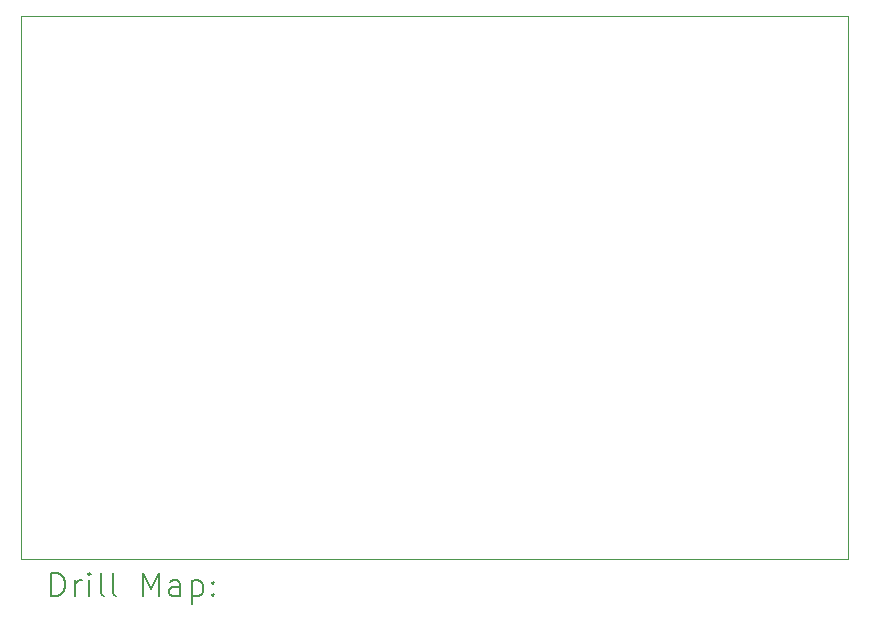
<source format=gbr>
%FSLAX45Y45*%
G04 Gerber Fmt 4.5, Leading zero omitted, Abs format (unit mm)*
G04 Created by KiCad (PCBNEW (6.0.5)) date 2022-05-10 18:56:44*
%MOMM*%
%LPD*%
G01*
G04 APERTURE LIST*
%TA.AperFunction,Profile*%
%ADD10C,0.100000*%
%TD*%
%ADD11C,0.200000*%
G04 APERTURE END LIST*
D10*
X11720000Y-7730000D02*
X18720000Y-7730000D01*
X18720000Y-7730000D02*
X18720000Y-12330000D01*
X18720000Y-12330000D02*
X11720000Y-12330000D01*
X11720000Y-12330000D02*
X11720000Y-7730000D01*
D11*
X11972619Y-12645476D02*
X11972619Y-12445476D01*
X12020238Y-12445476D01*
X12048809Y-12455000D01*
X12067857Y-12474048D01*
X12077381Y-12493095D01*
X12086905Y-12531190D01*
X12086905Y-12559762D01*
X12077381Y-12597857D01*
X12067857Y-12616905D01*
X12048809Y-12635952D01*
X12020238Y-12645476D01*
X11972619Y-12645476D01*
X12172619Y-12645476D02*
X12172619Y-12512143D01*
X12172619Y-12550238D02*
X12182143Y-12531190D01*
X12191667Y-12521667D01*
X12210714Y-12512143D01*
X12229762Y-12512143D01*
X12296428Y-12645476D02*
X12296428Y-12512143D01*
X12296428Y-12445476D02*
X12286905Y-12455000D01*
X12296428Y-12464524D01*
X12305952Y-12455000D01*
X12296428Y-12445476D01*
X12296428Y-12464524D01*
X12420238Y-12645476D02*
X12401190Y-12635952D01*
X12391667Y-12616905D01*
X12391667Y-12445476D01*
X12525000Y-12645476D02*
X12505952Y-12635952D01*
X12496428Y-12616905D01*
X12496428Y-12445476D01*
X12753571Y-12645476D02*
X12753571Y-12445476D01*
X12820238Y-12588333D01*
X12886905Y-12445476D01*
X12886905Y-12645476D01*
X13067857Y-12645476D02*
X13067857Y-12540714D01*
X13058333Y-12521667D01*
X13039286Y-12512143D01*
X13001190Y-12512143D01*
X12982143Y-12521667D01*
X13067857Y-12635952D02*
X13048809Y-12645476D01*
X13001190Y-12645476D01*
X12982143Y-12635952D01*
X12972619Y-12616905D01*
X12972619Y-12597857D01*
X12982143Y-12578809D01*
X13001190Y-12569286D01*
X13048809Y-12569286D01*
X13067857Y-12559762D01*
X13163095Y-12512143D02*
X13163095Y-12712143D01*
X13163095Y-12521667D02*
X13182143Y-12512143D01*
X13220238Y-12512143D01*
X13239286Y-12521667D01*
X13248809Y-12531190D01*
X13258333Y-12550238D01*
X13258333Y-12607381D01*
X13248809Y-12626428D01*
X13239286Y-12635952D01*
X13220238Y-12645476D01*
X13182143Y-12645476D01*
X13163095Y-12635952D01*
X13344048Y-12626428D02*
X13353571Y-12635952D01*
X13344048Y-12645476D01*
X13334524Y-12635952D01*
X13344048Y-12626428D01*
X13344048Y-12645476D01*
X13344048Y-12521667D02*
X13353571Y-12531190D01*
X13344048Y-12540714D01*
X13334524Y-12531190D01*
X13344048Y-12521667D01*
X13344048Y-12540714D01*
M02*

</source>
